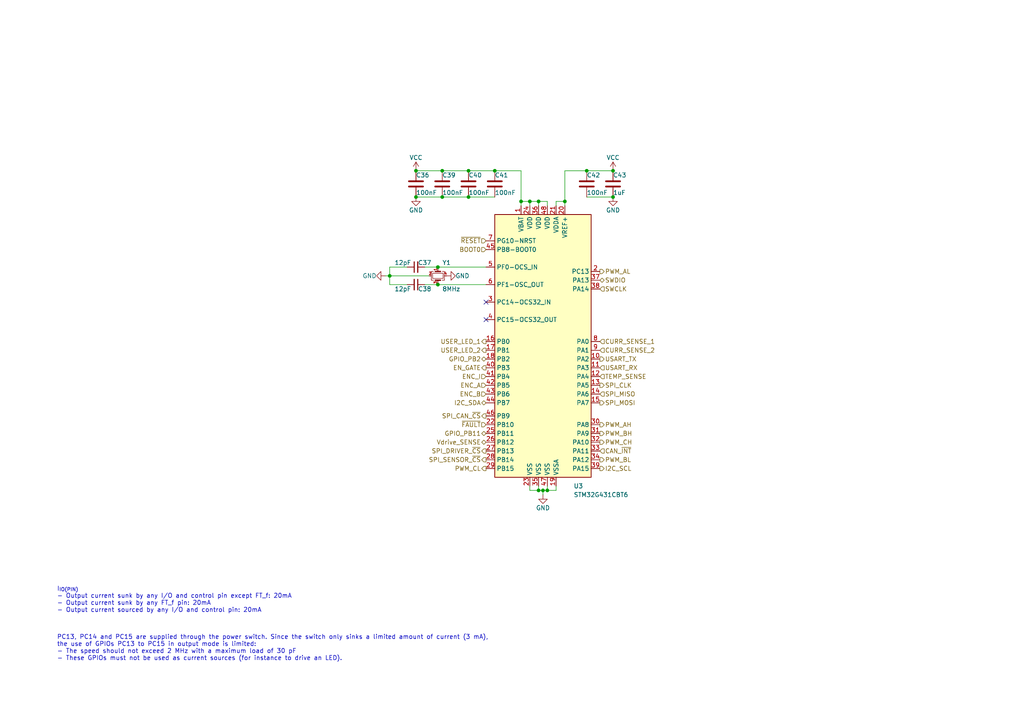
<source format=kicad_sch>
(kicad_sch (version 20230121) (generator eeschema)
  (paper "A4")
  (lib_symbols
    (symbol "Device:C" (pin_numbers hide) (pin_names (offset 0.254))
      (property "Reference" "C" (at 0.635 2.54 0))
      (property "Value" "C" (at 0.635 -2.54 0))
      (symbol "C_0_1"
        (polyline (pts (xy -2.032 -0.762) (xy 2.032 -0.762)) (stroke (width 0.508)))
        (polyline (pts (xy -2.032 0.762) (xy 2.032 0.762)) (stroke (width 0.508)))
      )
      (symbol "C_1_1"
        (pin passive line (at 0 3.81 270) (length 2.794) (name "~") (number "1"))
        (pin passive line (at 0 -3.81 90) (length 2.794) (name "~") (number "2"))
      )
    )
    (symbol "Device:C_Small" (pin_numbers hide) (pin_names (offset 0.254) hide)
      (property "Reference" "C" (at 0.254 1.778 0))
      (property "Value" "C_Small" (at 0.254 -2.032 0))
      (symbol "C_Small_0_1"
        (polyline (pts (xy -1.524 -0.508) (xy 1.524 -0.508)) (stroke (width 0.3302)))
        (polyline (pts (xy -1.524 0.508) (xy 1.524 0.508)) (stroke (width 0.3048)))
      )
      (symbol "C_Small_1_1"
        (pin passive line (at 0 2.54 270) (length 2.032) (name "~") (number "1"))
        (pin passive line (at 0 -2.54 90) (length 2.032) (name "~") (number "2"))
      )
    )
    (symbol "Device:Crystal_GND24_Small" (pin_names (offset 1.016) hide)
      (property "Reference" "Y" (at 1.27 4.445 0))
      (property "Value" "Crystal_GND24_Small" (at 1.27 2.54 0))
      (symbol "Crystal_GND24_Small_0_1"
        (rectangle (start -0.762 -1.524) (end 0.762 1.524))
        (polyline (pts (xy -1.27 -0.762) (xy -1.27 0.762)) (stroke (width 0.381)))
        (polyline (pts (xy 1.27 -0.762) (xy 1.27 0.762)) (stroke (width 0.381)))
        (polyline (pts (xy -1.27 -1.27) (xy -1.27 -1.905) (xy 1.27 -1.905) (xy 1.27 -1.27)))
        (polyline (pts (xy -1.27 1.27) (xy -1.27 1.905) (xy 1.27 1.905) (xy 1.27 1.27)))
      )
      (symbol "Crystal_GND24_Small_1_1"
        (pin passive line (at -2.54 0 0) (length 1.27) (name "1") (number "1"))
        (pin passive line (at 0 -2.54 90) (length 0.635) (name "2") (number "2"))
        (pin passive line (at 2.54 0 180) (length 1.27) (name "3") (number "3"))
        (pin passive line (at 0 2.54 270) (length 0.635) (name "4") (number "4"))
      )
    )
    (symbol "moco:STM32G431CBT6"
      (property "Reference" "U" (at 13.97 43.18 0))
      (property "Value" "STM32G431CBT6" (at 21.59 45.72 0))
      (symbol "STM32G431CBT6_0_1"
        (rectangle (start -13.97 -34.29) (end 13.97 41.91) (stroke (width 0.254)) (fill (type background)))
      )
      (symbol "STM32G431CBT6_1_1"
        (pin power_in line (at -6.35 44.45 270) (length 2.54) (name "VBAT") (number "1"))
        (pin bidirectional line (at 16.51 0 180) (length 2.54) (name "PA2") (number "10"))
        (pin bidirectional line (at 16.51 -2.54 180) (length 2.54) (name "PA3") (number "11"))
        (pin bidirectional line (at 16.51 -5.08 180) (length 2.54) (name "PA4") (number "12"))
        (pin bidirectional line (at 16.51 -7.62 180) (length 2.54) (name "PA5") (number "13"))
        (pin bidirectional line (at 16.51 -10.16 180) (length 2.54) (name "PA6") (number "14"))
        (pin bidirectional line (at 16.51 -12.7 180) (length 2.54) (name "PA7") (number "15"))
        (pin bidirectional line (at -16.51 5.08 0) (length 2.54) (name "PB0") (number "16"))
        (pin bidirectional line (at -16.51 2.54 0) (length 2.54) (name "PB1") (number "17"))
        (pin bidirectional line (at -16.51 0 0) (length 2.54) (name "PB2") (number "18"))
        (pin power_in line (at 3.81 -36.83 90) (length 2.54) (name "VSSA") (number "19"))
        (pin bidirectional line (at 16.51 25.4 180) (length 2.54) (name "PC13") (number "2"))
        (pin power_in line (at 6.35 44.45 270) (length 2.54) (name "VREF+") (number "20"))
        (pin power_in line (at 3.81 44.45 270) (length 2.54) (name "VDDA") (number "21"))
        (pin bidirectional line (at -16.51 -19.05 0) (length 2.54) (name "PB10") (number "22"))
        (pin power_in line (at -3.81 -36.83 90) (length 2.54) (name "VSS") (number "23"))
        (pin power_in line (at -3.81 44.45 270) (length 2.54) (name "VDD") (number "24"))
        (pin bidirectional line (at -16.51 -21.59 0) (length 2.54) (name "PB11") (number "25"))
        (pin bidirectional line (at -16.51 -24.13 0) (length 2.54) (name "PB12") (number "26"))
        (pin bidirectional line (at -16.51 -26.67 0) (length 2.54) (name "PB13") (number "27"))
        (pin bidirectional line (at -16.51 -29.21 0) (length 2.54) (name "PB14") (number "28"))
        (pin bidirectional line (at -16.51 -31.75 0) (length 2.54) (name "PB15") (number "29"))
        (pin bidirectional line (at -16.51 16.51 0) (length 2.54) (name "PC14-OCS32_IN") (number "3"))
        (pin bidirectional line (at 16.51 -19.05 180) (length 2.54) (name "PA8") (number "30"))
        (pin bidirectional line (at 16.51 -21.59 180) (length 2.54) (name "PA9") (number "31"))
        (pin bidirectional line (at 16.51 -24.13 180) (length 2.54) (name "PA10") (number "32"))
        (pin bidirectional line (at 16.51 -26.67 180) (length 2.54) (name "PA11") (number "33"))
        (pin bidirectional line (at 16.51 -29.21 180) (length 2.54) (name "PA12") (number "34"))
        (pin power_in line (at -1.27 -36.83 90) (length 2.54) (name "VSS") (number "35"))
        (pin power_in line (at -1.27 44.45 270) (length 2.54) (name "VDD") (number "36"))
        (pin bidirectional line (at 16.51 22.86 180) (length 2.54) (name "PA13") (number "37"))
        (pin bidirectional line (at 16.51 20.32 180) (length 2.54) (name "PA14") (number "38"))
        (pin bidirectional line (at 16.51 -31.75 180) (length 2.54) (name "PA15") (number "39"))
        (pin bidirectional line (at -16.51 11.43 0) (length 2.54) (name "PC15-OCS32_OUT") (number "4"))
        (pin bidirectional line (at -16.51 -2.54 0) (length 2.54) (name "PB3") (number "40"))
        (pin bidirectional line (at -16.51 -5.08 0) (length 2.54) (name "PB4") (number "41"))
        (pin bidirectional line (at -16.51 -7.62 0) (length 2.54) (name "PB5") (number "42"))
        (pin bidirectional line (at -16.51 -10.16 0) (length 2.54) (name "PB6") (number "43"))
        (pin bidirectional line (at -16.51 -12.7 0) (length 2.54) (name "PB7") (number "44"))
        (pin bidirectional line (at -16.51 31.75 0) (length 2.54) (name "PB8-BOOT0") (number "45"))
        (pin bidirectional line (at -16.51 -16.51 0) (length 2.54) (name "PB9") (number "46"))
        (pin power_in line (at 1.27 -36.83 90) (length 2.54) (name "VSS") (number "47"))
        (pin power_in line (at 1.27 44.45 270) (length 2.54) (name "VDD") (number "48"))
        (pin bidirectional line (at -16.51 26.67 0) (length 2.54) (name "PF0-OCS_IN") (number "5"))
        (pin bidirectional line (at -16.51 21.59 0) (length 2.54) (name "PF1-OSC_OUT") (number "6"))
        (pin bidirectional line (at -16.51 34.29 0) (length 2.54) (name "PG10-NRST") (number "7"))
        (pin bidirectional line (at 16.51 5.08 180) (length 2.54) (name "PA0") (number "8"))
        (pin bidirectional line (at 16.51 2.54 180) (length 2.54) (name "PA1") (number "9"))
      )
    )
    (symbol "power:GND" (power) (pin_names (offset 0))
      (property "Value" "GND" (at 0 -3.81 0))
      (symbol "GND_0_1"
        (polyline (pts (xy 0 0) (xy 0 -1.27) (xy 1.27 -1.27) (xy 0 -2.54) (xy -1.27 -1.27) (xy 0 -1.27)))
      )
      (symbol "GND_1_1"
        (pin power_in line (at 0 0 270) (length 0) hide (name "GND") (number "1"))
      )
    )
    (symbol "power:VCC" (power) (pin_names (offset 0))
      (property "Value" "VCC" (at 0 3.81 0))
      (symbol "VCC_0_1"
        (polyline (pts (xy -0.762 1.27) (xy 0 2.54)))
        (polyline (pts (xy 0 0) (xy 0 2.54)))
        (polyline (pts (xy 0 2.54) (xy 0.762 1.27)))
      )
      (symbol "VCC_1_1"
        (pin power_in line (at 0 0 90) (length 0) hide (name "VCC") (number "1"))
      )
    )
  )
  (junction (at 127 82.55))
  (junction (at 127 77.47))
  (junction (at 128.27 49.53))
  (junction (at 120.65 49.53))
  (junction (at 128.27 57.15))
  (junction (at 157.48 142.24))
  (junction (at 135.89 49.53))
  (junction (at 177.8 57.15))
  (junction (at 177.8 49.53))
  (junction (at 156.21 58.42))
  (junction (at 151.13 58.42))
  (junction (at 120.65 57.15))
  (junction (at 163.83 58.42))
  (junction (at 156.21 142.24))
  (junction (at 153.67 58.42))
  (junction (at 143.51 49.53))
  (junction (at 135.89 57.15))
  (junction (at 113.03 80.01))
  (junction (at 158.75 142.24))
  (junction (at 170.18 49.53))
  (no_connect (at 140.97 87.63))
  (no_connect (at 140.97 92.71))
  (wire (pts (xy 113.03 82.55) (xy 118.11 82.55)))
  (wire (pts (xy 123.19 77.47) (xy 127 77.47)))
  (wire (pts (xy 163.83 58.42) (xy 163.83 59.69)))
  (wire (pts (xy 135.89 49.53) (xy 128.27 49.53)))
  (wire (pts (xy 127 82.55) (xy 140.97 82.55)))
  (wire (pts (xy 158.75 58.42) (xy 156.21 58.42)))
  (wire (pts (xy 157.48 142.24) (xy 158.75 142.24)))
  (wire (pts (xy 113.03 80.01) (xy 113.03 82.55)))
  (wire (pts (xy 127 77.47) (xy 140.97 77.47)))
  (wire (pts (xy 113.03 80.01) (xy 111.76 80.01)))
  (wire (pts (xy 156.21 140.97) (xy 156.21 142.24)))
  (wire (pts (xy 113.03 77.47) (xy 118.11 77.47)))
  (wire (pts (xy 120.65 57.15) (xy 128.27 57.15)))
  (wire (pts (xy 153.67 58.42) (xy 151.13 58.42)))
  (wire (pts (xy 128.27 49.53) (xy 120.65 49.53)))
  (wire (pts (xy 161.29 58.42) (xy 163.83 58.42)))
  (wire (pts (xy 135.89 57.15) (xy 143.51 57.15)))
  (wire (pts (xy 151.13 49.53) (xy 151.13 58.42)))
  (wire (pts (xy 156.21 58.42) (xy 153.67 58.42)))
  (wire (pts (xy 158.75 59.69) (xy 158.75 58.42)))
  (wire (pts (xy 161.29 59.69) (xy 161.29 58.42)))
  (wire (pts (xy 156.21 142.24) (xy 157.48 142.24)))
  (wire (pts (xy 157.48 143.51) (xy 157.48 142.24)))
  (wire (pts (xy 161.29 140.97) (xy 161.29 142.24)))
  (wire (pts (xy 128.27 57.15) (xy 135.89 57.15)))
  (wire (pts (xy 153.67 142.24) (xy 156.21 142.24)))
  (wire (pts (xy 123.19 82.55) (xy 127 82.55)))
  (wire (pts (xy 153.67 140.97) (xy 153.67 142.24)))
  (wire (pts (xy 151.13 58.42) (xy 151.13 59.69)))
  (wire (pts (xy 143.51 49.53) (xy 135.89 49.53)))
  (wire (pts (xy 143.51 49.53) (xy 151.13 49.53)))
  (wire (pts (xy 158.75 140.97) (xy 158.75 142.24)))
  (wire (pts (xy 158.75 142.24) (xy 161.29 142.24)))
  (wire (pts (xy 113.03 80.01) (xy 124.46 80.01)))
  (wire (pts (xy 170.18 57.15) (xy 177.8 57.15)))
  (wire (pts (xy 170.18 49.53) (xy 177.8 49.53)))
  (wire (pts (xy 113.03 77.47) (xy 113.03 80.01)))
  (wire (pts (xy 163.83 58.42) (xy 163.83 49.53)))
  (wire (pts (xy 156.21 58.42) (xy 156.21 59.69)))
  (wire (pts (xy 153.67 58.42) (xy 153.67 59.69)))
  (wire (pts (xy 163.83 49.53) (xy 170.18 49.53)))
  (text "I_{IO(PIN)}\n- Output current sunk by any I/O and control pin except FT_f: 20mA\n- Output current sunk by any FT_f pin: 20mA\n- Output current sourced by any I/O and control pin: 20mA" (at 16.51 177.8 0) (effects (font (size 1.27 1.27)) (justify left bottom)))
  (text "PC13, PC14 and PC15 are supplied through the power switch. Since the switch only sinks a limited amount of current (3 mA),\nthe use of GPIOs PC13 to PC15 in output mode is limited:\n- The speed should not exceed 2 MHz with a maximum load of 30 pF\n- These GPIOs must not be used as current sources (for instance to drive an LED)." (at 16.51 191.77 0) (effects (font (size 1.27 1.27)) (justify left bottom)))
  (hierarchical_label "SPI_DRIVER_~{CS}" (shape output) (at 140.97 130.81 180))
  (hierarchical_label "SPI_CLK" (shape output) (at 173.99 111.76 0))
  (hierarchical_label "CAN_~{INT}" (shape input) (at 173.99 130.81 0))
  (hierarchical_label "USER_LED_1" (shape output) (at 140.97 99.06 180))
  (hierarchical_label "ENC_B" (shape input) (at 140.97 114.3 180))
  (hierarchical_label "PWM_CH" (shape output) (at 173.99 128.27 0))
  (hierarchical_label "TEMP_SENSE" (shape input) (at 173.99 109.22 0))
  (hierarchical_label "PWM_CL" (shape output) (at 140.97 135.89 180))
  (hierarchical_label "I2C_SCL" (shape output) (at 173.99 135.89 0))
  (hierarchical_label "SPI_MISO" (shape input) (at 173.99 114.3 0))
  (hierarchical_label "PWM_AH" (shape output) (at 173.99 123.19 0))
  (hierarchical_label "BOOT0" (shape input) (at 140.97 72.39 180))
  (hierarchical_label "SWCLK" (shape input) (at 173.99 83.82 0))
  (hierarchical_label "SWDIO" (shape bidirectional) (at 173.99 81.28 0))
  (hierarchical_label "SPI_CAN_~{CS}" (shape output) (at 140.97 120.65 180))
  (hierarchical_label "PWM_BH" (shape output) (at 173.99 125.73 0))
  (hierarchical_label "CURR_SENSE_2" (shape input) (at 173.99 101.6 0))
  (hierarchical_label "EN_GATE" (shape output) (at 140.97 106.68 180))
  (hierarchical_label "Vdrive_SENSE" (shape bidirectional) (at 140.97 128.27 180))
  (hierarchical_label "GPIO_PB11" (shape bidirectional) (at 140.97 125.73 180))
  (hierarchical_label "USART_RX" (shape input) (at 173.99 106.68 0))
  (hierarchical_label "PWM_AL" (shape output) (at 173.99 78.74 0))
  (hierarchical_label "SPI_SENSOR_~{CS}" (shape output) (at 140.97 133.35 180))
  (hierarchical_label "ENC_I" (shape input) (at 140.97 109.22 180))
  (hierarchical_label "USART_TX" (shape output) (at 173.99 104.14 0))
  (hierarchical_label "~{FAULT}" (shape input) (at 140.97 123.19 180))
  (hierarchical_label "PWM_BL" (shape output) (at 173.99 133.35 0))
  (hierarchical_label "I2C_SDA" (shape bidirectional) (at 140.97 116.84 180))
  (hierarchical_label "SPI_MOSI" (shape output) (at 173.99 116.84 0))
  (hierarchical_label "CURR_SENSE_1" (shape input) (at 173.99 99.06 0))
  (hierarchical_label "GPIO_PB2" (shape bidirectional) (at 140.97 104.14 180))
  (hierarchical_label "USER_LED_2" (shape output) (at 140.97 101.6 180))
  (hierarchical_label "~{RESET}" (shape input) (at 140.97 69.85 180))
  (hierarchical_label "ENC_A" (shape input) (at 140.97 111.76 180))
  (symbol (lib_id "Device:C") (at 135.89 53.34 0) (unit 1)
    (property "Reference" "C40" (at 135.89 50.8 0) (effects (justify left)))
    (property "Value" "100nF" (at 135.89 55.88 0) (effects (justify left)))
    (property "Footprint" "Capacitor_SMD:C_0402_1005Metric" (effects hide))
    (property "JLCPCB Part #" "C1525" (effects hide))
    (property "MFR.Part #" "CL05B104KO5NNNC" (effects hide))
    (property "Basic Part" "Y" (effects hide))
  )
  (symbol (lib_id "power:VCC") (at 120.65 49.53 0) (unit 1)
    (property "Reference" "#PWR058" (effects hide))
    (property "Value" "VCC" (at 120.65 45.72 0))
  )
  (symbol (lib_id "Device:C_Small") (at 120.65 82.55 270) (unit 1)
    (property "Reference" "C38" (at 123.19 83.82 90))
    (property "Value" "12pF" (at 116.84 83.82 90))
    (property "Footprint" "Capacitor_SMD:C_0402_1005Metric" (effects hide))
    (property "JLCPCB Part #" "C1547" (effects hide))
    (property "MFR.Part #" "0402CG120J500NT" (effects hide))
    (property "Basic Part" "Y" (effects hide))
  )
  (symbol (lib_id "moco:STM32G431CBT6") (at 157.48 104.14 0) (unit 1)
    (property "Reference" "U3" (at 166.37 140.97 0) (effects (justify left)))
    (property "Value" "STM32G431CBT6" (at 166.37 143.51 0) (effects (justify left)))
    (property "Footprint" "Package_QFP:LQFP-48_7x7mm_P0.5mm" (effects hide))
    (property "JLCPCB Part #" "C529355" (effects hide))
    (property "MFR.Part #" "STM32G431CBT6" (effects hide))
    (property "Basic Part" "N" (effects hide))
  )
  (symbol (lib_id "power:GND") (at 177.8 57.15 0) (unit 1)
    (property "Reference" "#PWR063" (effects hide))
    (property "Value" "GND" (at 177.8 60.96 0))
  )
  (symbol (lib_id "power:GND") (at 129.54 80.01 90) (unit 1)
    (property "Reference" "#PWR060" (effects hide))
    (property "Value" "GND" (at 132.08 80.01 90) (effects (justify right)))
  )
  (symbol (lib_id "Device:C") (at 128.27 53.34 0) (unit 1)
    (property "Reference" "C39" (at 128.27 50.8 0) (effects (justify left)))
    (property "Value" "100nF" (at 128.27 55.88 0) (effects (justify left)))
    (property "Footprint" "Capacitor_SMD:C_0402_1005Metric" (effects hide))
    (property "JLCPCB Part #" "C1525" (effects hide))
    (property "MFR.Part #" "CL05B104KO5NNNC" (effects hide))
    (property "Basic Part" "Y" (effects hide))
  )
  (symbol (lib_id "power:GND") (at 157.48 143.51 0) (unit 1)
    (property "Reference" "#PWR061" (effects hide))
    (property "Value" "GND" (at 157.48 147.32 0))
  )
  (symbol (lib_id "Device:C") (at 143.51 53.34 0) (unit 1)
    (property "Reference" "C41" (at 143.51 50.8 0) (effects (justify left)))
    (property "Value" "100nF" (at 143.51 55.88 0) (effects (justify left)))
    (property "Footprint" "Capacitor_SMD:C_0402_1005Metric" (effects hide))
    (property "JLCPCB Part #" "C1525" (effects hide))
    (property "MFR.Part #" "CL05B104KO5NNNC" (effects hide))
    (property "Basic Part" "Y" (effects hide))
  )
  (symbol (lib_id "Device:C") (at 120.65 53.34 0) (unit 1)
    (property "Reference" "C36" (at 120.65 50.8 0) (effects (justify left)))
    (property "Value" "100nF" (at 120.65 55.88 0) (effects (justify left)))
    (property "Footprint" "Capacitor_SMD:C_0402_1005Metric" (effects hide))
    (property "JLCPCB Part #" "C1525" (effects hide))
    (property "MFR.Part #" "CL05B104KO5NNNC" (effects hide))
    (property "Basic Part" "Y" (effects hide))
  )
  (symbol (lib_id "Device:C_Small") (at 120.65 77.47 90) (unit 1)
    (property "Reference" "C37" (at 123.19 76.2 90))
    (property "Value" "12pF" (at 116.84 76.2 90))
    (property "Footprint" "Capacitor_SMD:C_0402_1005Metric" (effects hide))
    (property "JLCPCB Part #" "C1547" (effects hide))
    (property "MFR.Part #" "0402CG120J500NT" (effects hide))
    (property "Basic Part" "Y" (effects hide))
  )
  (symbol (lib_id "Device:C") (at 170.18 53.34 0) (unit 1)
    (property "Reference" "C42" (at 170.18 50.8 0) (effects (justify left)))
    (property "Value" "100nF" (at 170.18 55.88 0) (effects (justify left)))
    (property "Footprint" "Capacitor_SMD:C_0402_1005Metric" (effects hide))
    (property "JLCPCB Part #" "C1525" (effects hide))
    (property "MFR.Part #" "CL05B104KO5NNNC" (effects hide))
    (property "Basic Part" "Y" (effects hide))
  )
  (symbol (lib_id "Device:C") (at 177.8 53.34 0) (unit 1)
    (property "Reference" "C43" (at 177.8 50.8 0) (effects (justify left)))
    (property "Value" "1uF" (at 177.8 55.88 0) (effects (justify left)))
    (property "Footprint" "Capacitor_SMD:C_0402_1005Metric" (effects hide))
    (property "JLCPCB Part #" "C52923" (effects hide))
    (property "MFR.Part #" "CL05A105KA5NQNC" (effects hide))
    (property "Basic Part" "Y" (effects hide))
  )
  (symbol (lib_id "power:VCC") (at 177.8 49.53 0) (unit 1)
    (property "Reference" "#PWR062" (effects hide))
    (property "Value" "VCC" (at 177.8 45.72 0))
  )
  (symbol (lib_id "power:GND") (at 120.65 57.15 0) (unit 1)
    (property "Reference" "#PWR059" (effects hide))
    (property "Value" "GND" (at 120.65 60.96 0))
  )
  (symbol (lib_id "power:GND") (at 111.76 80.01 270) (unit 1)
    (property "Reference" "#PWR057" (effects hide))
    (property "Value" "GND" (at 109.22 80.01 90) (effects (justify right)))
  )
  (symbol (lib_id "Device:Crystal_GND24_Small") (at 127 80.01 270) (unit 1)
    (property "Reference" "Y1" (at 128.27 76.2 90) (effects (justify left)))
    (property "Value" "8MHz" (at 128.27 83.82 90) (effects (justify left)))
    (property "Footprint" "Crystal:Crystal_SMD_3225-4Pin_3.2x2.5mm" (effects hide))
    (property "MFR.Part #" "1C208000BC0R" (effects hide))
    (property "JLCPCB Part #" "C57131" (effects hide))
    (property "Basic Part" "N" (effects hide))
  )
)
</source>
